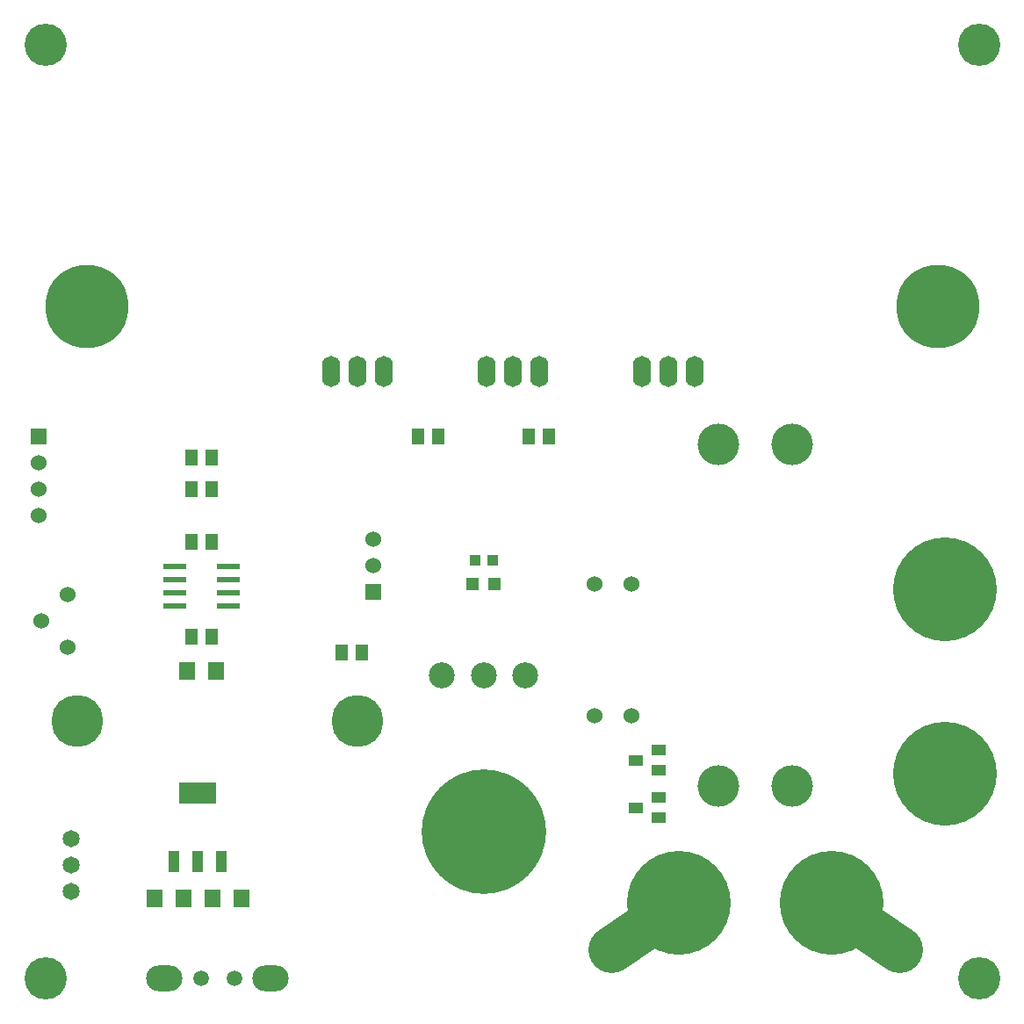
<source format=gts>
G04 (created by PCBNEW (2013-01-23 BZR 3920)-testing) date Thu 24 Jan 2013 12:53:24 AM CET*
%MOIN*%
G04 Gerber Fmt 3.4, Leading zero omitted, Abs format*
%FSLAX34Y34*%
G01*
G70*
G90*
G04 APERTURE LIST*
%ADD10C,2.3622e-06*%
%ADD11C,0.1969*%
%ADD12O,0.1378X0.0984*%
%ADD13C,0.0591*%
%ADD14C,0.06*%
%ADD15C,0.3937*%
%ADD16C,0.1772*%
%ADD17C,0.315*%
%ADD18C,0.4724*%
%ADD19C,0.0984*%
%ADD20R,0.0472X0.0472*%
%ADD21C,0.16*%
%ADD22R,0.144X0.08*%
%ADD23R,0.04X0.08*%
%ADD24R,0.0511X0.059*%
%ADD25R,0.0629X0.0708*%
%ADD26R,0.0866X0.0236*%
%ADD27R,0.0393X0.0433*%
%ADD28C,0.1575*%
%ADD29O,0.0689X0.1181*%
%ADD30R,0.0551X0.0393*%
%ADD31C,0.065*%
%ADD32R,0.06X0.06*%
G04 APERTURE END LIST*
G54D10*
G54D11*
X51215Y-41000D03*
X40585Y-41000D03*
G54D12*
X47908Y-50764D03*
X43892Y-50764D03*
G54D13*
X46530Y-50764D03*
X45270Y-50764D03*
G54D14*
X40200Y-36200D03*
X39200Y-37200D03*
X40200Y-38200D03*
G54D15*
X69200Y-47900D03*
G54D16*
X70635Y-48904D02*
X71763Y-49695D01*
G54D15*
X63400Y-47900D03*
G54D16*
X61964Y-48904D02*
X60836Y-49695D01*
G54D17*
X73242Y-25290D03*
X40958Y-25290D03*
G54D18*
X56000Y-45200D03*
G54D19*
X56000Y-39294D03*
X54425Y-39294D03*
X57575Y-39294D03*
G54D20*
X55587Y-35800D03*
X56413Y-35800D03*
G54D21*
X39370Y-15354D03*
X74803Y-15354D03*
X39370Y-50787D03*
X74803Y-50787D03*
G54D22*
X45150Y-43750D03*
G54D23*
X45150Y-46350D03*
X46050Y-46350D03*
X44250Y-46350D03*
G54D24*
X44926Y-37800D03*
X45674Y-37800D03*
G54D25*
X46801Y-47750D03*
X45699Y-47750D03*
X43499Y-47750D03*
X44601Y-47750D03*
G54D26*
X44277Y-35150D03*
X44277Y-35650D03*
X44277Y-36150D03*
X44277Y-36650D03*
X46323Y-36650D03*
X46323Y-36150D03*
X46323Y-35650D03*
X46323Y-35150D03*
G54D27*
X55666Y-34900D03*
X56334Y-34900D03*
G54D15*
X73500Y-36000D03*
X73500Y-43000D03*
G54D28*
X67700Y-30504D03*
X67700Y-43496D03*
X64900Y-30504D03*
X64900Y-43496D03*
G54D24*
X45674Y-31000D03*
X44926Y-31000D03*
X44926Y-32200D03*
X45674Y-32200D03*
G54D25*
X45851Y-39100D03*
X44749Y-39100D03*
G54D24*
X44926Y-34200D03*
X45674Y-34200D03*
G54D29*
X51200Y-27750D03*
X52200Y-27750D03*
X50200Y-27750D03*
X63000Y-27750D03*
X64000Y-27750D03*
X62000Y-27750D03*
G54D24*
X54274Y-30200D03*
X53526Y-30200D03*
X57726Y-30200D03*
X58474Y-30200D03*
G54D29*
X57100Y-27750D03*
X58100Y-27750D03*
X56100Y-27750D03*
G54D30*
X62633Y-42874D03*
X62633Y-42126D03*
X61767Y-42500D03*
X62633Y-44674D03*
X62633Y-43926D03*
X61767Y-44300D03*
G54D24*
X51374Y-38400D03*
X50626Y-38400D03*
G54D14*
X60200Y-40800D03*
X60200Y-35800D03*
X61600Y-40800D03*
X61600Y-35800D03*
G54D31*
X40354Y-46496D03*
X40354Y-45496D03*
X40354Y-47496D03*
G54D32*
X51800Y-36100D03*
G54D14*
X51800Y-35100D03*
X51800Y-34100D03*
G54D32*
X39100Y-30200D03*
G54D14*
X39100Y-31200D03*
X39100Y-32200D03*
X39100Y-33200D03*
M02*

</source>
